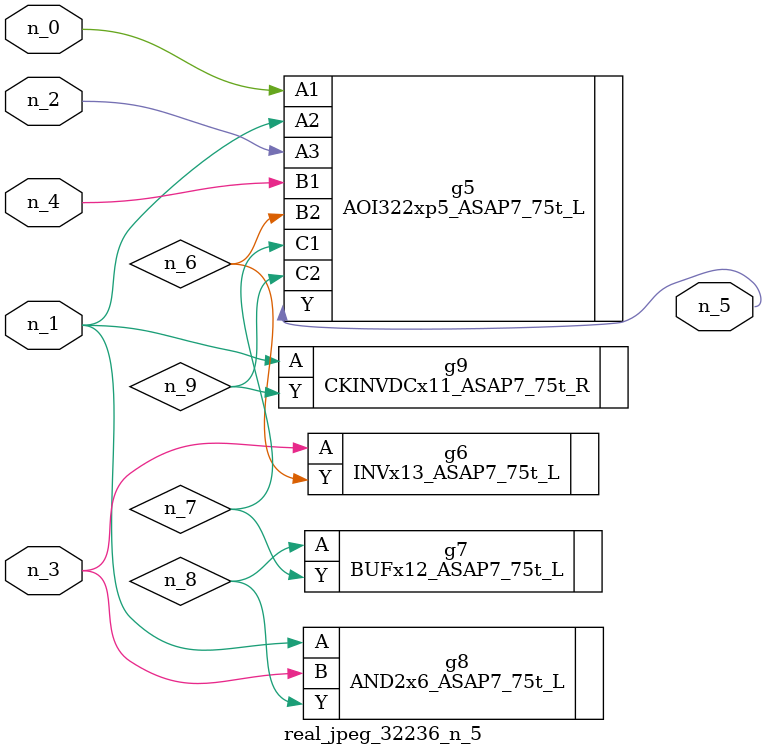
<source format=v>
module real_jpeg_32236_n_5 (n_4, n_0, n_1, n_2, n_3, n_5);

input n_4;
input n_0;
input n_1;
input n_2;
input n_3;

output n_5;

wire n_8;
wire n_6;
wire n_7;
wire n_9;

AOI322xp5_ASAP7_75t_L g5 ( 
.A1(n_0),
.A2(n_1),
.A3(n_2),
.B1(n_4),
.B2(n_6),
.C1(n_7),
.C2(n_9),
.Y(n_5)
);

AND2x6_ASAP7_75t_L g8 ( 
.A(n_1),
.B(n_3),
.Y(n_8)
);

CKINVDCx11_ASAP7_75t_R g9 ( 
.A(n_1),
.Y(n_9)
);

INVx13_ASAP7_75t_L g6 ( 
.A(n_3),
.Y(n_6)
);

BUFx12_ASAP7_75t_L g7 ( 
.A(n_8),
.Y(n_7)
);


endmodule
</source>
